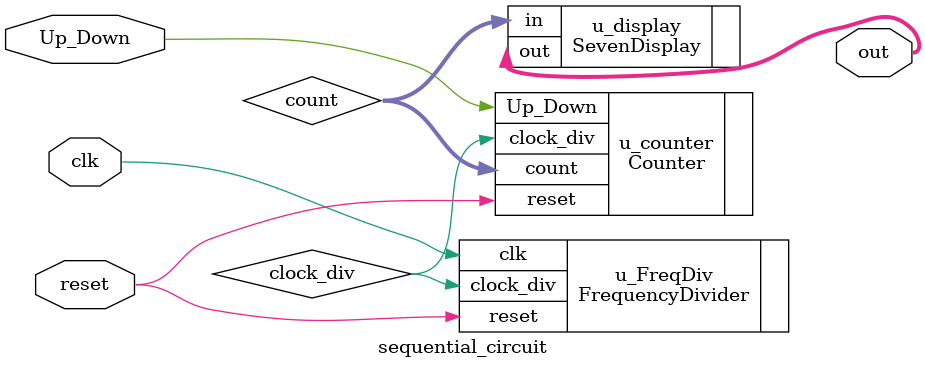
<source format=v>
module sequential_circuit(out, clk, reset, Up_Down);

input clk, reset, Up_Down;

wire clock_div;
wire [3:0] count;

output [6:0] out;

FrequencyDivider u_FreqDiv(.clk(clk), .reset(reset), .clock_div(clock_div));

Counter u_counter(.clock_div(clock_div),.Up_Down(Up_Down), .reset(reset), .count(count));

SevenDisplay u_display(.in(count), .out(out));

endmodule

</source>
